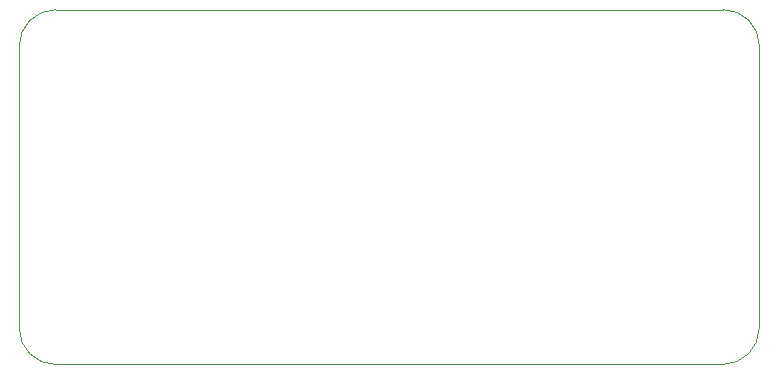
<source format=gbr>
%TF.GenerationSoftware,KiCad,Pcbnew,7.0.8*%
%TF.CreationDate,2024-04-11T13:26:54+03:00*%
%TF.ProjectId,rp2040DVI,72703230-3430-4445-9649-2e6b69636164,rev?*%
%TF.SameCoordinates,Original*%
%TF.FileFunction,Profile,NP*%
%FSLAX46Y46*%
G04 Gerber Fmt 4.6, Leading zero omitted, Abs format (unit mm)*
G04 Created by KiCad (PCBNEW 7.0.8) date 2024-04-11 13:26:54*
%MOMM*%
%LPD*%
G01*
G04 APERTURE LIST*
%TA.AperFunction,Profile*%
%ADD10C,0.100000*%
%TD*%
G04 APERTURE END LIST*
D10*
X212300000Y-79400000D02*
X212288582Y-103265674D01*
X152701433Y-76334417D02*
G75*
G03*
X149621433Y-79424362I-33J-3079983D01*
G01*
X149621433Y-79424362D02*
X149624356Y-103288561D01*
X152701433Y-76334346D02*
X209209984Y-76320000D01*
X152714372Y-106368561D02*
X209208582Y-106355690D01*
X209208582Y-106355697D02*
G75*
G03*
X212288581Y-103265674I-82J3080097D01*
G01*
X212300015Y-79400000D02*
G75*
G03*
X209209984Y-76320001I-3080115J-100D01*
G01*
X149624323Y-103288561D02*
G75*
G03*
X152714372Y-106368561I3079977J-39D01*
G01*
M02*

</source>
